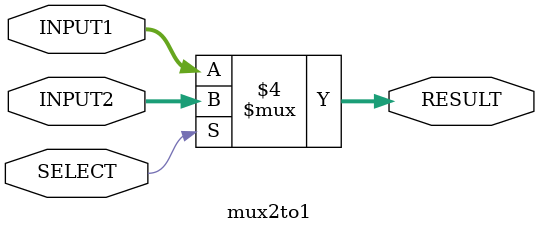
<source format=v>
/*
Author - W M D U Thilakarathna
Reg No - E/16/366
*/

module mux2to1(INPUT1, INPUT2, RESULT, SELECT);
    input [7:0] INPUT1, INPUT2; //declare inputs of the module
    input SELECT;               //declare inputs
    output reg [7:0] RESULT;    //declare outputs

    always @(*)
    begin
      if (SELECT == 1'b0)  //selecting according to the select signal
            RESULT = INPUT1;
      else 
            RESULT = INPUT2;
    end

endmodule
</source>
